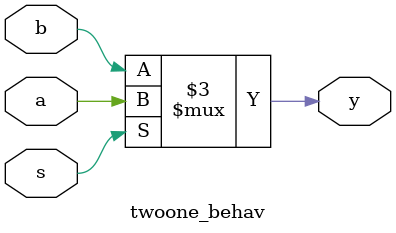
<source format=v>
module twoone_behav(a,b,s,y);
input a,b,s;
output reg y;
always@(*)
begin
if (s)
y=a;
else
y=b;
end
endmodule

</source>
